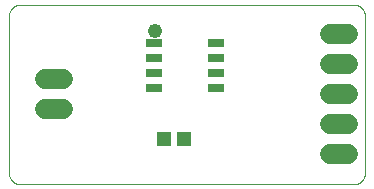
<source format=gts>
G75*
%MOIN*%
%OFA0B0*%
%FSLAX25Y25*%
%IPPOS*%
%LPD*%
%AMOC8*
5,1,8,0,0,1.08239X$1,22.5*
%
%ADD10C,0.00000*%
%ADD11C,0.06800*%
%ADD12R,0.05721X0.03162*%
%ADD13R,0.05131X0.04737*%
%ADD14C,0.04800*%
D10*
X0005892Y0003769D02*
X0116719Y0003769D01*
X0116843Y0003771D01*
X0116966Y0003777D01*
X0117090Y0003786D01*
X0117212Y0003800D01*
X0117335Y0003817D01*
X0117457Y0003839D01*
X0117578Y0003864D01*
X0117698Y0003893D01*
X0117817Y0003925D01*
X0117936Y0003962D01*
X0118053Y0004002D01*
X0118168Y0004045D01*
X0118283Y0004093D01*
X0118395Y0004144D01*
X0118506Y0004198D01*
X0118616Y0004256D01*
X0118723Y0004317D01*
X0118829Y0004382D01*
X0118932Y0004450D01*
X0119033Y0004521D01*
X0119132Y0004595D01*
X0119229Y0004672D01*
X0119323Y0004753D01*
X0119414Y0004836D01*
X0119503Y0004922D01*
X0119589Y0005011D01*
X0119672Y0005102D01*
X0119753Y0005196D01*
X0119830Y0005293D01*
X0119904Y0005392D01*
X0119975Y0005493D01*
X0120043Y0005596D01*
X0120108Y0005702D01*
X0120169Y0005809D01*
X0120227Y0005919D01*
X0120281Y0006030D01*
X0120332Y0006142D01*
X0120380Y0006257D01*
X0120423Y0006372D01*
X0120463Y0006489D01*
X0120500Y0006608D01*
X0120532Y0006727D01*
X0120561Y0006847D01*
X0120586Y0006968D01*
X0120608Y0007090D01*
X0120625Y0007213D01*
X0120639Y0007335D01*
X0120648Y0007459D01*
X0120654Y0007582D01*
X0120656Y0007706D01*
X0120656Y0059792D01*
X0120654Y0059916D01*
X0120648Y0060039D01*
X0120639Y0060163D01*
X0120625Y0060285D01*
X0120608Y0060408D01*
X0120586Y0060530D01*
X0120561Y0060651D01*
X0120532Y0060771D01*
X0120500Y0060890D01*
X0120463Y0061009D01*
X0120423Y0061126D01*
X0120380Y0061241D01*
X0120332Y0061356D01*
X0120281Y0061468D01*
X0120227Y0061579D01*
X0120169Y0061689D01*
X0120108Y0061796D01*
X0120043Y0061902D01*
X0119975Y0062005D01*
X0119904Y0062106D01*
X0119830Y0062205D01*
X0119753Y0062302D01*
X0119672Y0062396D01*
X0119589Y0062487D01*
X0119503Y0062576D01*
X0119414Y0062662D01*
X0119323Y0062745D01*
X0119229Y0062826D01*
X0119132Y0062903D01*
X0119033Y0062977D01*
X0118932Y0063048D01*
X0118829Y0063116D01*
X0118723Y0063181D01*
X0118616Y0063242D01*
X0118506Y0063300D01*
X0118395Y0063354D01*
X0118283Y0063405D01*
X0118168Y0063453D01*
X0118053Y0063496D01*
X0117936Y0063536D01*
X0117817Y0063573D01*
X0117698Y0063605D01*
X0117578Y0063634D01*
X0117457Y0063659D01*
X0117335Y0063681D01*
X0117212Y0063698D01*
X0117090Y0063712D01*
X0116966Y0063721D01*
X0116843Y0063727D01*
X0116719Y0063729D01*
X0005892Y0063729D01*
X0005768Y0063727D01*
X0005645Y0063721D01*
X0005521Y0063712D01*
X0005399Y0063698D01*
X0005276Y0063681D01*
X0005154Y0063659D01*
X0005033Y0063634D01*
X0004913Y0063605D01*
X0004794Y0063573D01*
X0004675Y0063536D01*
X0004558Y0063496D01*
X0004443Y0063453D01*
X0004328Y0063405D01*
X0004216Y0063354D01*
X0004105Y0063300D01*
X0003995Y0063242D01*
X0003888Y0063181D01*
X0003782Y0063116D01*
X0003679Y0063048D01*
X0003578Y0062977D01*
X0003479Y0062903D01*
X0003382Y0062826D01*
X0003288Y0062745D01*
X0003197Y0062662D01*
X0003108Y0062576D01*
X0003022Y0062487D01*
X0002939Y0062396D01*
X0002858Y0062302D01*
X0002781Y0062205D01*
X0002707Y0062106D01*
X0002636Y0062005D01*
X0002568Y0061902D01*
X0002503Y0061796D01*
X0002442Y0061689D01*
X0002384Y0061579D01*
X0002330Y0061468D01*
X0002279Y0061356D01*
X0002231Y0061241D01*
X0002188Y0061126D01*
X0002148Y0061009D01*
X0002111Y0060890D01*
X0002079Y0060771D01*
X0002050Y0060651D01*
X0002025Y0060530D01*
X0002003Y0060408D01*
X0001986Y0060285D01*
X0001972Y0060163D01*
X0001963Y0060039D01*
X0001957Y0059916D01*
X0001955Y0059792D01*
X0001955Y0007706D01*
X0001957Y0007582D01*
X0001963Y0007459D01*
X0001972Y0007335D01*
X0001986Y0007213D01*
X0002003Y0007090D01*
X0002025Y0006968D01*
X0002050Y0006847D01*
X0002079Y0006727D01*
X0002111Y0006608D01*
X0002148Y0006489D01*
X0002188Y0006372D01*
X0002231Y0006257D01*
X0002279Y0006142D01*
X0002330Y0006030D01*
X0002384Y0005919D01*
X0002442Y0005809D01*
X0002503Y0005702D01*
X0002568Y0005596D01*
X0002636Y0005493D01*
X0002707Y0005392D01*
X0002781Y0005293D01*
X0002858Y0005196D01*
X0002939Y0005102D01*
X0003022Y0005011D01*
X0003108Y0004922D01*
X0003197Y0004836D01*
X0003288Y0004753D01*
X0003382Y0004672D01*
X0003479Y0004595D01*
X0003578Y0004521D01*
X0003679Y0004450D01*
X0003782Y0004382D01*
X0003888Y0004317D01*
X0003995Y0004256D01*
X0004105Y0004198D01*
X0004216Y0004144D01*
X0004328Y0004093D01*
X0004443Y0004045D01*
X0004558Y0004002D01*
X0004675Y0003962D01*
X0004794Y0003925D01*
X0004913Y0003893D01*
X0005033Y0003864D01*
X0005154Y0003839D01*
X0005276Y0003817D01*
X0005399Y0003800D01*
X0005521Y0003786D01*
X0005645Y0003777D01*
X0005768Y0003771D01*
X0005892Y0003769D01*
D11*
X0013955Y0028769D02*
X0019955Y0028769D01*
X0019955Y0038769D02*
X0013955Y0038769D01*
X0108955Y0043769D02*
X0114955Y0043769D01*
X0114955Y0053769D02*
X0108955Y0053769D01*
X0108955Y0033769D02*
X0114955Y0033769D01*
X0114955Y0023769D02*
X0108955Y0023769D01*
X0108955Y0013769D02*
X0114955Y0013769D01*
D12*
X0071010Y0036052D03*
X0071010Y0041052D03*
X0071010Y0046052D03*
X0071010Y0051052D03*
X0050341Y0051052D03*
X0050341Y0046052D03*
X0050341Y0041052D03*
X0050341Y0036052D03*
D13*
X0053609Y0018769D03*
X0060302Y0018769D03*
D14*
X0050555Y0055069D03*
M02*

</source>
